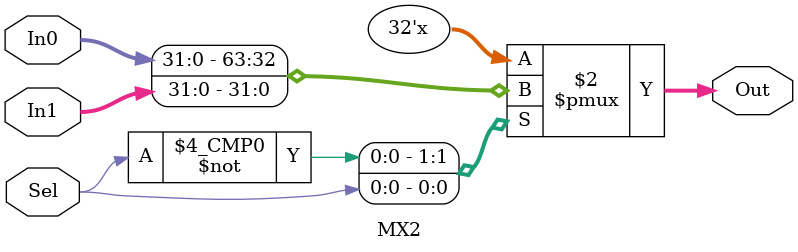
<source format=v>
module MX2(In0,In1,Sel,Out);
    parameter D_Width = 32;
    input Sel;
    input [D_Width-1:0] In0, In1;
    output reg [D_Width-1:0]Out;
    
    always@(*)begin
        case(Sel)
            1'b0: Out = In0;
            1'b1: Out = In1;
        endcase
    end
endmodule
</source>
